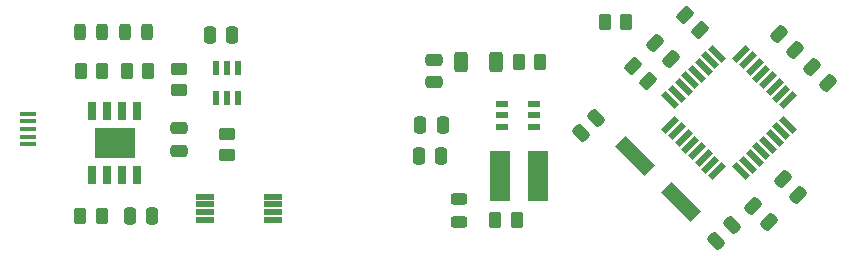
<source format=gbr>
%TF.GenerationSoftware,KiCad,Pcbnew,7.0.5*%
%TF.CreationDate,2024-05-20T19:12:35+03:00*%
%TF.ProjectId,Tempuino,54656d70-7569-46e6-9f2e-6b696361645f,rev?*%
%TF.SameCoordinates,Original*%
%TF.FileFunction,Paste,Top*%
%TF.FilePolarity,Positive*%
%FSLAX46Y46*%
G04 Gerber Fmt 4.6, Leading zero omitted, Abs format (unit mm)*
G04 Created by KiCad (PCBNEW 7.0.5) date 2024-05-20 19:12:35*
%MOMM*%
%LPD*%
G01*
G04 APERTURE LIST*
G04 Aperture macros list*
%AMRoundRect*
0 Rectangle with rounded corners*
0 $1 Rounding radius*
0 $2 $3 $4 $5 $6 $7 $8 $9 X,Y pos of 4 corners*
0 Add a 4 corners polygon primitive as box body*
4,1,4,$2,$3,$4,$5,$6,$7,$8,$9,$2,$3,0*
0 Add four circle primitives for the rounded corners*
1,1,$1+$1,$2,$3*
1,1,$1+$1,$4,$5*
1,1,$1+$1,$6,$7*
1,1,$1+$1,$8,$9*
0 Add four rect primitives between the rounded corners*
20,1,$1+$1,$2,$3,$4,$5,0*
20,1,$1+$1,$4,$5,$6,$7,0*
20,1,$1+$1,$6,$7,$8,$9,0*
20,1,$1+$1,$8,$9,$2,$3,0*%
%AMRotRect*
0 Rectangle, with rotation*
0 The origin of the aperture is its center*
0 $1 length*
0 $2 width*
0 $3 Rotation angle, in degrees counterclockwise*
0 Add horizontal line*
21,1,$1,$2,0,0,$3*%
G04 Aperture macros list end*
%ADD10R,0.977900X0.558800*%
%ADD11RoundRect,0.250000X0.312500X0.625000X-0.312500X0.625000X-0.312500X-0.625000X0.312500X-0.625000X0*%
%ADD12R,0.550000X1.200000*%
%ADD13RoundRect,0.250000X-0.262500X-0.450000X0.262500X-0.450000X0.262500X0.450000X-0.262500X0.450000X0*%
%ADD14RoundRect,0.243750X0.456250X-0.243750X0.456250X0.243750X-0.456250X0.243750X-0.456250X-0.243750X0*%
%ADD15RoundRect,0.250000X0.262500X0.450000X-0.262500X0.450000X-0.262500X-0.450000X0.262500X-0.450000X0*%
%ADD16RoundRect,0.250000X0.503814X0.132583X0.132583X0.503814X-0.503814X-0.132583X-0.132583X-0.503814X0*%
%ADD17RoundRect,0.250000X0.159099X-0.512652X0.512652X-0.159099X-0.159099X0.512652X-0.512652X0.159099X0*%
%ADD18RotRect,3.500000X1.200000X135.000000*%
%ADD19R,1.803400X4.292600*%
%ADD20RoundRect,0.250000X0.250000X0.475000X-0.250000X0.475000X-0.250000X-0.475000X0.250000X-0.475000X0*%
%ADD21RoundRect,0.250000X-0.475000X0.250000X-0.475000X-0.250000X0.475000X-0.250000X0.475000X0.250000X0*%
%ADD22RotRect,1.600000X0.550000X135.000000*%
%ADD23RotRect,1.600000X0.550000X45.000000*%
%ADD24RoundRect,0.250000X0.450000X-0.262500X0.450000X0.262500X-0.450000X0.262500X-0.450000X-0.262500X0*%
%ADD25RoundRect,0.250000X-0.450000X0.262500X-0.450000X-0.262500X0.450000X-0.262500X0.450000X0.262500X0*%
%ADD26RoundRect,0.020000X-0.760000X-0.180000X0.760000X-0.180000X0.760000X0.180000X-0.760000X0.180000X0*%
%ADD27R,0.700000X1.525000*%
%ADD28R,3.402000X2.513000*%
%ADD29R,1.350000X0.400000*%
%ADD30RoundRect,0.243750X-0.243750X-0.456250X0.243750X-0.456250X0.243750X0.456250X-0.243750X0.456250X0*%
%ADD31RoundRect,0.243750X0.243750X0.456250X-0.243750X0.456250X-0.243750X-0.456250X0.243750X-0.456250X0*%
%ADD32RoundRect,0.250000X-0.512652X-0.159099X-0.159099X-0.512652X0.512652X0.159099X0.159099X0.512652X0*%
%ADD33RoundRect,0.250000X0.512652X0.159099X0.159099X0.512652X-0.512652X-0.159099X-0.159099X-0.512652X0*%
G04 APERTURE END LIST*
D10*
%TO.C,U3*%
X105500000Y-85600002D03*
X105500000Y-84650001D03*
X105500000Y-83700000D03*
X102769500Y-83700000D03*
X102769500Y-84650001D03*
X102769500Y-85600002D03*
%TD*%
D11*
%TO.C,R4*%
X102262500Y-80100000D03*
X99337500Y-80100000D03*
%TD*%
D12*
%TO.C,IC1*%
X78550000Y-83200000D03*
X79500000Y-83200000D03*
X80450000Y-83200000D03*
X80450000Y-80600000D03*
X78550000Y-80600000D03*
X79500000Y-80600000D03*
%TD*%
D13*
%TO.C,R11*%
X102187500Y-93500000D03*
X104012500Y-93500000D03*
%TD*%
D14*
%TO.C,D3*%
X99100000Y-93637500D03*
X99100000Y-91762500D03*
%TD*%
D15*
%TO.C,R10*%
X111487500Y-76700000D03*
X113312500Y-76700000D03*
%TD*%
D16*
%TO.C,R9*%
X118254765Y-76154765D03*
X119545235Y-77445235D03*
%TD*%
D17*
%TO.C,C13*%
X122271751Y-93928249D03*
X120928249Y-95271751D03*
%TD*%
%TO.C,C12*%
X110771751Y-84828249D03*
X109428249Y-86171751D03*
%TD*%
D18*
%TO.C,Y1*%
X114055456Y-88055456D03*
X117944544Y-91944544D03*
%TD*%
D15*
%TO.C,R5*%
X106012500Y-80100000D03*
X104187500Y-80100000D03*
%TD*%
D19*
%TO.C,L1*%
X105800200Y-89800000D03*
X102599800Y-89800000D03*
%TD*%
D20*
%TO.C,C11*%
X97650000Y-88100000D03*
X95750000Y-88100000D03*
%TD*%
D21*
%TO.C,C10*%
X97000000Y-79950000D03*
X97000000Y-81850000D03*
%TD*%
D20*
%TO.C,C9*%
X97750000Y-85500000D03*
X95850000Y-85500000D03*
%TD*%
D22*
%TO.C,U2*%
X117014897Y-83374695D03*
X117580583Y-82809010D03*
X118146268Y-82243324D03*
X118711953Y-81677639D03*
X119277639Y-81111953D03*
X119843324Y-80546268D03*
X120409010Y-79980583D03*
X120974695Y-79414897D03*
D23*
X123025305Y-79414897D03*
X123590990Y-79980583D03*
X124156676Y-80546268D03*
X124722361Y-81111953D03*
X125288047Y-81677639D03*
X125853732Y-82243324D03*
X126419417Y-82809010D03*
X126985103Y-83374695D03*
D22*
X126985103Y-85425305D03*
X126419417Y-85990990D03*
X125853732Y-86556676D03*
X125288047Y-87122361D03*
X124722361Y-87688047D03*
X124156676Y-88253732D03*
X123590990Y-88819417D03*
X123025305Y-89385103D03*
D23*
X120974695Y-89385103D03*
X120409010Y-88819417D03*
X119843324Y-88253732D03*
X119277639Y-87688047D03*
X118711953Y-87122361D03*
X118146268Y-86556676D03*
X117580583Y-85990990D03*
X117014897Y-85425305D03*
%TD*%
D24*
%TO.C,R8*%
X79500000Y-88012500D03*
X79500000Y-86187500D03*
%TD*%
D25*
%TO.C,R7*%
X75400000Y-80687500D03*
X75400000Y-82512500D03*
%TD*%
D13*
%TO.C,R6*%
X67075000Y-93200000D03*
X68900000Y-93200000D03*
%TD*%
%TO.C,R3*%
X67087500Y-80900000D03*
X68912500Y-80900000D03*
%TD*%
D15*
%TO.C,R2*%
X72812500Y-80900000D03*
X70987500Y-80900000D03*
%TD*%
D16*
%TO.C,R1*%
X113854765Y-80454765D03*
X115145235Y-81745235D03*
%TD*%
D26*
%TO.C,Q1*%
X77620000Y-91525000D03*
X77620000Y-92175000D03*
X77620000Y-92825000D03*
X77620000Y-93475000D03*
X83380000Y-93475000D03*
X83380000Y-92825000D03*
X83380000Y-92175000D03*
X83380000Y-91525000D03*
%TD*%
D27*
%TO.C,J6*%
X68095000Y-89712000D03*
X69365000Y-89712000D03*
X70635000Y-89712000D03*
X71905000Y-89712000D03*
X71905000Y-84288000D03*
X70635000Y-84288000D03*
X69365000Y-84288000D03*
X68095000Y-84288000D03*
D28*
X70000000Y-87000000D03*
%TD*%
D29*
%TO.C,J4*%
X62675000Y-84500000D03*
X62675000Y-85150000D03*
X62675000Y-87100000D03*
X62675000Y-86450000D03*
X62675000Y-85800000D03*
%TD*%
D30*
%TO.C,D2*%
X67062500Y-77600000D03*
X68937500Y-77600000D03*
%TD*%
D31*
%TO.C,D1*%
X70862500Y-77600000D03*
X72737500Y-77600000D03*
%TD*%
D20*
%TO.C,C8*%
X79950000Y-77800000D03*
X78050000Y-77800000D03*
%TD*%
D21*
%TO.C,C7*%
X75400000Y-85750000D03*
X75400000Y-87650000D03*
%TD*%
D20*
%TO.C,C6*%
X73150000Y-93200000D03*
X71250000Y-93200000D03*
%TD*%
D32*
%TO.C,C5*%
X127871751Y-91371751D03*
X126528249Y-90028249D03*
%TD*%
%TO.C,C4*%
X125371751Y-93671751D03*
X124028249Y-92328249D03*
%TD*%
D33*
%TO.C,C3*%
X126228249Y-77728249D03*
X127571751Y-79071751D03*
%TD*%
D32*
%TO.C,C2*%
X130371751Y-81871751D03*
X129028249Y-80528249D03*
%TD*%
%TO.C,C1*%
X117071751Y-79871751D03*
X115728249Y-78528249D03*
%TD*%
M02*

</source>
